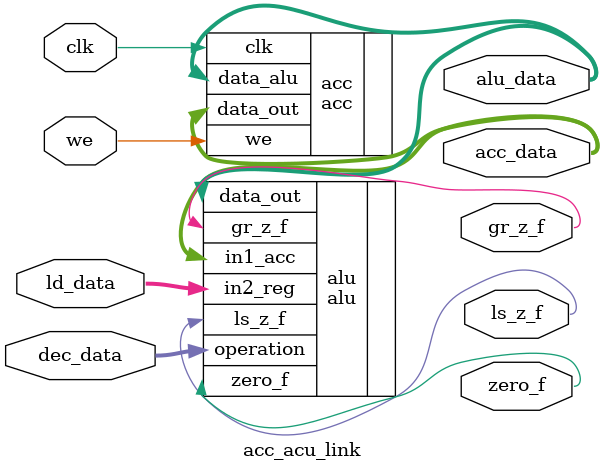
<source format=v>
`timescale 1ps/1ps

module acc_acu_link #(
	parameter UNDEFINED = 0,
	parameter CNTR_WIDTH = 0,
	parameter ADDR_WIDTH = 0,
	parameter REG_BIT_CNT = 0,
	parameter DATA_WIDTH = 0
)(
	input	clk,
	input	we,			// write enable
	output	[DATA_WIDTH-1:0] acc_data,

	//input signed [DATA_WIDTH-1:0]	in1_acc,
	input	[DATA_WIDTH-1:0] ld_data,
	input	[ADDR_WIDTH-1:0] dec_data,
	output	[DATA_WIDTH-1:0] alu_data,
	output	zero_f,
	output	ls_z_f,
	output	gr_z_f
);

acc #(
	.UNDEFINED(UNDEFINED),
	.CNTR_WIDTH(CNTR_WIDTH),
	.ADDR_WIDTH(ADDR_WIDTH),
	.REG_BIT_CNT(REG_BIT_CNT),
	.DATA_WIDTH(DATA_WIDTH)
)acc(
	.clk(clk),				//1b
	.we(we),				//1b load to accu
	.data_alu(alu_data),	//16b

	.data_out(acc_data)		//16b to registers
);

alu #(
	.UNDEFINED(UNDEFINED),
	.CNTR_WIDTH(CNTR_WIDTH),
	.ADDR_WIDTH(ADDR_WIDTH),
	.REG_BIT_CNT(REG_BIT_CNT),
	.DATA_WIDTH(DATA_WIDTH)
)alu(
	.in1_acc(acc_data),		//16b
	.in2_reg(ld_data),		//16b
	.operation(dec_data),	//5b

	.data_out(alu_data),	//16b
	.zero_f(zero_f),
	.ls_z_f(ls_z_f),
	.gr_z_f(gr_z_f)
);

endmodule
</source>
